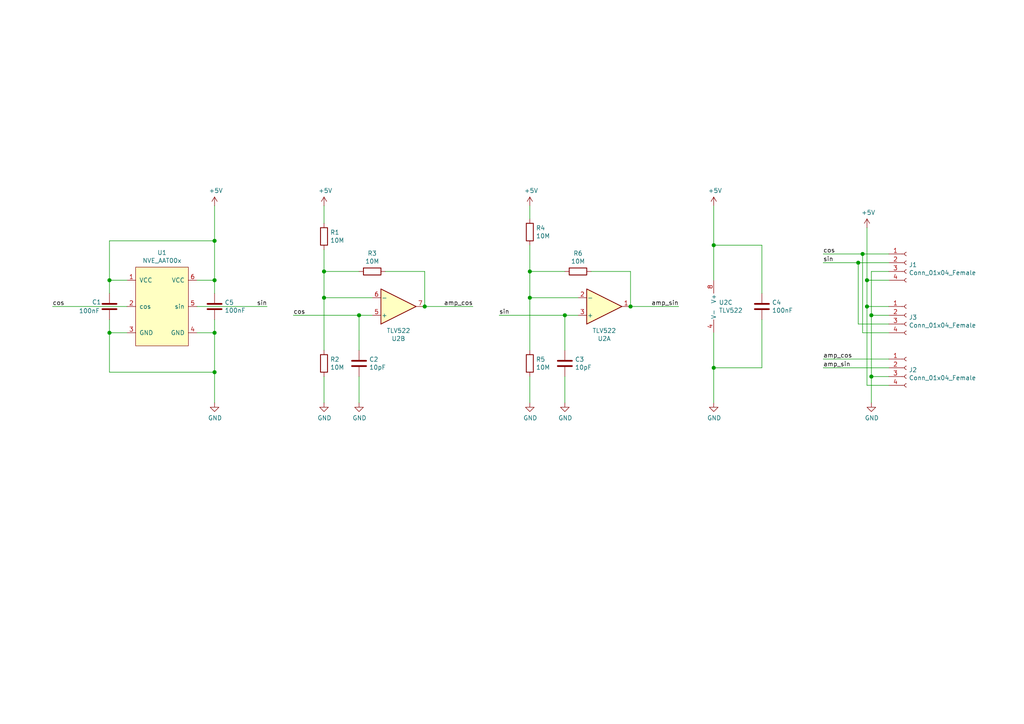
<source format=kicad_sch>
(kicad_sch (version 20201015) (generator eeschema)
  (page 1 1)
  (paper "A4")
  (lib_symbols
    (symbol "Amplifier_Operational:TLV2372" (pin_names (offset 0.127))
      (property "Reference" "U" (at 0 5.08 0))
      (property "Value" "TLV2372" (at 0 -5.08 0))
      (symbol "TLV2372_1_1"
        (polyline (pts (xy -5.08 5.08) (xy 5.08 0) (xy -5.08 -5.08) (xy -5.08 5.08)) (stroke (width 0.254)) (fill (type background)))
        (pin output line (at 7.62 0 180) (length 2.54) (name "~") (number "1"))
        (pin input line (at -7.62 -2.54 0) (length 2.54) (name "-") (number "2"))
        (pin input line (at -7.62 2.54 0) (length 2.54) (name "+") (number "3"))
      )
      (symbol "TLV2372_2_1"
        (polyline (pts (xy -5.08 5.08) (xy 5.08 0) (xy -5.08 -5.08) (xy -5.08 5.08)) (stroke (width 0.254)) (fill (type background)))
        (pin input line (at -7.62 2.54 0) (length 2.54) (name "+") (number "5"))
        (pin input line (at -7.62 -2.54 0) (length 2.54) (name "-") (number "6"))
        (pin output line (at 7.62 0 180) (length 2.54) (name "~") (number "7"))
      )
      (symbol "TLV2372_3_1"
        (pin power_in line (at -2.54 -7.62 90) (length 3.81) (name "V-") (number "4"))
        (pin power_in line (at -2.54 7.62 270) (length 3.81) (name "V+") (number "8"))
      )
    )
    (symbol "Connector:Conn_01x04_Female" (pin_names (offset 1.016) hide)
      (property "Reference" "J" (at 0 5.08 0))
      (property "Value" "Conn_01x04_Female" (at 0 -7.62 0))
      (symbol "Conn_01x04_Female_1_1"
        (arc (start 0 -4.572) (end 0 -5.588) (radius (at 0 -5.08) (length 0.508) (angles 90.1 -90.1)) (stroke (width 0.1524)))
        (arc (start 0 -2.032) (end 0 -3.048) (radius (at 0 -2.54) (length 0.508) (angles 90.1 -90.1)) (stroke (width 0.1524)))
        (arc (start 0 0.508) (end 0 -0.508) (radius (at 0 0) (length 0.508) (angles 90.1 -90.1)) (stroke (width 0.1524)))
        (arc (start 0 3.048) (end 0 2.032) (radius (at 0 2.54) (length 0.508) (angles 90.1 -90.1)) (stroke (width 0.1524)))
        (polyline (pts (xy -1.27 -5.08) (xy -0.508 -5.08)) (stroke (width 0.1524)))
        (polyline (pts (xy -1.27 -2.54) (xy -0.508 -2.54)) (stroke (width 0.1524)))
        (polyline (pts (xy -1.27 0) (xy -0.508 0)) (stroke (width 0.1524)))
        (polyline (pts (xy -1.27 2.54) (xy -0.508 2.54)) (stroke (width 0.1524)))
        (pin passive line (at -5.08 2.54 0) (length 3.81) (name "Pin_1") (number "1"))
        (pin passive line (at -5.08 0 0) (length 3.81) (name "Pin_2") (number "2"))
        (pin passive line (at -5.08 -2.54 0) (length 3.81) (name "Pin_3") (number "3"))
        (pin passive line (at -5.08 -5.08 0) (length 3.81) (name "Pin_4") (number "4"))
      )
    )
    (symbol "Device:C" (pin_numbers hide) (pin_names (offset 0.254))
      (property "Reference" "C" (at 0.635 2.54 0))
      (property "Value" "C" (at 0.635 -2.54 0))
      (symbol "C_0_1"
        (polyline (pts (xy -2.032 -0.762) (xy 2.032 -0.762)) (stroke (width 0.508)))
        (polyline (pts (xy -2.032 0.762) (xy 2.032 0.762)) (stroke (width 0.508)))
      )
      (symbol "C_1_1"
        (pin passive line (at 0 3.81 270) (length 2.794) (name "~") (number "1"))
        (pin passive line (at 0 -3.81 90) (length 2.794) (name "~") (number "2"))
      )
    )
    (symbol "Device:R" (pin_numbers hide) (pin_names (offset 0))
      (property "Reference" "R" (at 2.032 0 90))
      (property "Value" "R" (at 0 0 90))
      (symbol "R_0_1"
        (rectangle (start -1.016 -2.54) (end 1.016 2.54) (stroke (width 0.254)))
      )
      (symbol "R_1_1"
        (pin passive line (at 0 3.81 270) (length 1.27) (name "~") (number "1"))
        (pin passive line (at 0 -3.81 90) (length 1.27) (name "~") (number "2"))
      )
    )
    (symbol "my_sensors:NVE_AAT00x" (pin_names (offset 1.016))
      (property "Reference" "U" (at 6.35 1.27 0))
      (property "Value" "NVE_AAT00x" (at 0 12.7 0))
      (symbol "NVE_AAT00x_0_1"
        (rectangle (start 7.62 -11.43) (end -7.62 11.43) (fill (type background)))
      )
      (symbol "NVE_AAT00x_1_1"
        (pin input line (at -10.16 7.62 0) (length 2.54) (name "VCC") (number "1"))
        (pin input line (at -10.16 0 0) (length 2.54) (name "cos") (number "2"))
        (pin input line (at -10.16 -7.62 0) (length 2.54) (name "GND") (number "3"))
        (pin input line (at 10.16 -7.62 180) (length 2.54) (name "GND") (number "4"))
        (pin input line (at 10.16 0 180) (length 2.54) (name "sin") (number "5"))
        (pin input line (at 10.16 7.62 180) (length 2.54) (name "VCC") (number "6"))
      )
    )
    (symbol "power:+5V" (power) (pin_names (offset 0))
      (property "Value" "+5V" (at 0 3.556 0))
      (symbol "+5V_0_1"
        (polyline (pts (xy -0.762 1.27) (xy 0 2.54)))
        (polyline (pts (xy 0 0) (xy 0 2.54)))
        (polyline (pts (xy 0 2.54) (xy 0.762 1.27)))
      )
      (symbol "+5V_1_1"
        (pin power_in line (at 0 0 90) (length 0) hide (name "+5V") (number "1"))
      )
    )
    (symbol "power:GND" (power) (pin_names (offset 0))
      (property "Value" "GND" (at 0 -3.81 0))
      (symbol "GND_0_1"
        (polyline (pts (xy 0 0) (xy 0 -1.27) (xy 1.27 -1.27) (xy 0 -2.54) (xy -1.27 -1.27) (xy 0 -1.27)))
      )
      (symbol "GND_1_1"
        (pin power_in line (at 0 0 270) (length 0) hide (name "GND") (number "1"))
      )
    )
  )
  (junction (at 31.75 81.28) (diameter 1.016))
  (junction (at 31.75 96.52) (diameter 1.016))
  (junction (at 62.23 69.85) (diameter 1.016))
  (junction (at 62.23 81.28) (diameter 1.016))
  (junction (at 62.23 96.52) (diameter 1.016))
  (junction (at 62.23 107.95) (diameter 1.016))
  (junction (at 93.98 78.74) (diameter 1.016))
  (junction (at 93.98 86.36) (diameter 1.016))
  (junction (at 104.14 91.44) (diameter 1.016))
  (junction (at 123.19 88.9) (diameter 1.016))
  (junction (at 153.67 78.74) (diameter 1.016))
  (junction (at 153.67 86.36) (diameter 1.016))
  (junction (at 163.83 91.44) (diameter 1.016))
  (junction (at 182.88 88.9) (diameter 1.016))
  (junction (at 207.01 71.12) (diameter 1.016))
  (junction (at 207.01 106.68) (diameter 1.016))
  (junction (at 248.92 76.2) (diameter 1.016))
  (junction (at 250.19 73.66) (diameter 1.016))
  (junction (at 251.46 81.28) (diameter 1.016))
  (junction (at 251.46 88.9) (diameter 1.016))
  (junction (at 252.73 91.44) (diameter 1.016))
  (junction (at 252.73 109.22) (diameter 1.016))
  (wire (pts (xy 31.75 69.85) (xy 62.23 69.85)))
  (wire (pts (xy 31.75 81.28) (xy 31.75 69.85)))
  (wire (pts (xy 31.75 81.28) (xy 31.75 85.09)))
  (wire (pts (xy 31.75 92.71) (xy 31.75 96.52)))
  (wire (pts (xy 31.75 96.52) (xy 31.75 107.95)))
  (wire (pts (xy 31.75 96.52) (xy 36.83 96.52)))
  (wire (pts (xy 31.75 107.95) (xy 62.23 107.95)))
  (wire (pts (xy 36.83 81.28) (xy 31.75 81.28)))
  (wire (pts (xy 36.83 88.9) (xy 15.24 88.9)))
  (wire (pts (xy 57.15 81.28) (xy 62.23 81.28)))
  (wire (pts (xy 57.15 88.9) (xy 77.47 88.9)))
  (wire (pts (xy 57.15 96.52) (xy 62.23 96.52)))
  (wire (pts (xy 62.23 59.69) (xy 62.23 69.85)))
  (wire (pts (xy 62.23 69.85) (xy 62.23 81.28)))
  (wire (pts (xy 62.23 81.28) (xy 62.23 85.09)))
  (wire (pts (xy 62.23 92.71) (xy 62.23 96.52)))
  (wire (pts (xy 62.23 96.52) (xy 62.23 107.95)))
  (wire (pts (xy 62.23 107.95) (xy 62.23 116.84)))
  (wire (pts (xy 93.98 59.69) (xy 93.98 64.77)))
  (wire (pts (xy 93.98 72.39) (xy 93.98 78.74)))
  (wire (pts (xy 93.98 78.74) (xy 104.14 78.74)))
  (wire (pts (xy 93.98 86.36) (xy 93.98 78.74)))
  (wire (pts (xy 93.98 86.36) (xy 93.98 101.6)))
  (wire (pts (xy 93.98 109.22) (xy 93.98 116.84)))
  (wire (pts (xy 104.14 91.44) (xy 85.09 91.44)))
  (wire (pts (xy 104.14 101.6) (xy 104.14 91.44)))
  (wire (pts (xy 104.14 109.22) (xy 104.14 116.84)))
  (wire (pts (xy 107.95 86.36) (xy 93.98 86.36)))
  (wire (pts (xy 107.95 91.44) (xy 104.14 91.44)))
  (wire (pts (xy 111.76 78.74) (xy 123.19 78.74)))
  (wire (pts (xy 123.19 78.74) (xy 123.19 88.9)))
  (wire (pts (xy 123.19 88.9) (xy 137.16 88.9)))
  (wire (pts (xy 153.67 59.69) (xy 153.67 63.5)))
  (wire (pts (xy 153.67 71.12) (xy 153.67 78.74)))
  (wire (pts (xy 153.67 78.74) (xy 153.67 86.36)))
  (wire (pts (xy 153.67 78.74) (xy 163.83 78.74)))
  (wire (pts (xy 153.67 86.36) (xy 153.67 101.6)))
  (wire (pts (xy 153.67 109.22) (xy 153.67 116.84)))
  (wire (pts (xy 163.83 91.44) (xy 144.78 91.44)))
  (wire (pts (xy 163.83 101.6) (xy 163.83 91.44)))
  (wire (pts (xy 163.83 109.22) (xy 163.83 116.84)))
  (wire (pts (xy 167.64 86.36) (xy 153.67 86.36)))
  (wire (pts (xy 167.64 91.44) (xy 163.83 91.44)))
  (wire (pts (xy 171.45 78.74) (xy 182.88 78.74)))
  (wire (pts (xy 182.88 78.74) (xy 182.88 88.9)))
  (wire (pts (xy 182.88 88.9) (xy 196.85 88.9)))
  (wire (pts (xy 207.01 59.69) (xy 207.01 71.12)))
  (wire (pts (xy 207.01 71.12) (xy 207.01 81.28)))
  (wire (pts (xy 207.01 96.52) (xy 207.01 106.68)))
  (wire (pts (xy 207.01 106.68) (xy 207.01 116.84)))
  (wire (pts (xy 220.98 71.12) (xy 207.01 71.12)))
  (wire (pts (xy 220.98 85.09) (xy 220.98 71.12)))
  (wire (pts (xy 220.98 92.71) (xy 220.98 106.68)))
  (wire (pts (xy 220.98 106.68) (xy 207.01 106.68)))
  (wire (pts (xy 248.92 76.2) (xy 238.76 76.2)))
  (wire (pts (xy 248.92 76.2) (xy 248.92 93.98)))
  (wire (pts (xy 250.19 73.66) (xy 238.76 73.66)))
  (wire (pts (xy 250.19 73.66) (xy 250.19 96.52)))
  (wire (pts (xy 251.46 66.04) (xy 251.46 81.28)))
  (wire (pts (xy 251.46 81.28) (xy 251.46 88.9)))
  (wire (pts (xy 251.46 88.9) (xy 251.46 111.76)))
  (wire (pts (xy 251.46 111.76) (xy 257.81 111.76)))
  (wire (pts (xy 252.73 78.74) (xy 252.73 91.44)))
  (wire (pts (xy 252.73 91.44) (xy 252.73 109.22)))
  (wire (pts (xy 252.73 109.22) (xy 252.73 116.84)))
  (wire (pts (xy 257.81 73.66) (xy 250.19 73.66)))
  (wire (pts (xy 257.81 76.2) (xy 248.92 76.2)))
  (wire (pts (xy 257.81 78.74) (xy 252.73 78.74)))
  (wire (pts (xy 257.81 81.28) (xy 251.46 81.28)))
  (wire (pts (xy 257.81 88.9) (xy 251.46 88.9)))
  (wire (pts (xy 257.81 91.44) (xy 252.73 91.44)))
  (wire (pts (xy 257.81 93.98) (xy 248.92 93.98)))
  (wire (pts (xy 257.81 96.52) (xy 250.19 96.52)))
  (wire (pts (xy 257.81 104.14) (xy 238.76 104.14)))
  (wire (pts (xy 257.81 106.68) (xy 238.76 106.68)))
  (wire (pts (xy 257.81 109.22) (xy 252.73 109.22)))
  (label "cos" (at 15.24 88.9 0))
  (label "sin" (at 77.47 88.9 180))
  (label "cos" (at 85.09 91.44 0))
  (label "amp_cos" (at 137.16 88.9 180))
  (label "sin" (at 144.78 91.44 0))
  (label "amp_sin" (at 196.85 88.9 180))
  (label "cos" (at 238.76 73.66 0))
  (label "sin" (at 238.76 76.2 0))
  (label "amp_cos" (at 238.76 104.14 0))
  (label "amp_sin" (at 238.76 106.68 0))
  (symbol (lib_id "power:+5V") (at 62.23 59.69 0) (unit 1)
    (property "Reference" "#PWR0101" (effects hide))
    (property "Value" "+5V" (at 62.611 55.2958 0))
  )
  (symbol (lib_id "power:+5V") (at 93.98 59.69 0) (unit 1)
    (property "Reference" "#PWR0107" (effects hide))
    (property "Value" "+5V" (at 94.361 55.2958 0))
  )
  (symbol (lib_id "power:+5V") (at 153.67 59.69 0) (unit 1)
    (property "Reference" "#PWR0108" (effects hide))
    (property "Value" "+5V" (at 154.051 55.2958 0))
  )
  (symbol (lib_id "power:+5V") (at 207.01 59.69 0) (unit 1)
    (property "Reference" "#PWR0103" (effects hide))
    (property "Value" "+5V" (at 207.391 55.2958 0))
  )
  (symbol (lib_id "power:+5V") (at 251.46 66.04 0) (unit 1)
    (property "Reference" "#PWR0111" (effects hide))
    (property "Value" "+5V" (at 251.841 61.6458 0))
  )
  (symbol (lib_id "power:GND") (at 62.23 116.84 0) (unit 1)
    (property "Reference" "#PWR0102" (effects hide))
    (property "Value" "GND" (at 62.357 121.2342 0))
  )
  (symbol (lib_id "power:GND") (at 93.98 116.84 0) (unit 1)
    (property "Reference" "#PWR0105" (effects hide))
    (property "Value" "GND" (at 94.107 121.2342 0))
  )
  (symbol (lib_id "power:GND") (at 104.14 116.84 0) (unit 1)
    (property "Reference" "#PWR0109" (effects hide))
    (property "Value" "GND" (at 104.267 121.2342 0))
  )
  (symbol (lib_id "power:GND") (at 153.67 116.84 0) (unit 1)
    (property "Reference" "#PWR0106" (effects hide))
    (property "Value" "GND" (at 153.797 121.2342 0))
  )
  (symbol (lib_id "power:GND") (at 163.83 116.84 0) (unit 1)
    (property "Reference" "#PWR0110" (effects hide))
    (property "Value" "GND" (at 163.957 121.2342 0))
  )
  (symbol (lib_id "power:GND") (at 207.01 116.84 0) (unit 1)
    (property "Reference" "#PWR0104" (effects hide))
    (property "Value" "GND" (at 207.137 121.2342 0))
  )
  (symbol (lib_id "power:GND") (at 252.73 116.84 0) (unit 1)
    (property "Reference" "#PWR0112" (effects hide))
    (property "Value" "GND" (at 252.857 121.2342 0))
  )
  (symbol (lib_id "Device:R") (at 93.98 68.58 0) (unit 1)
    (property "Reference" "R1" (at 95.758 67.4116 0) (effects (justify left)))
    (property "Value" "10M" (at 95.758 69.723 0) (effects (justify left)))
    (property "Footprint" "Resistor_SMD:R_0603_1608Metric" (effects hide))
  )
  (symbol (lib_id "Device:R") (at 93.98 105.41 0) (unit 1)
    (property "Reference" "R2" (at 95.758 104.2416 0) (effects (justify left)))
    (property "Value" "10M" (at 95.758 106.553 0) (effects (justify left)))
    (property "Footprint" "Resistor_SMD:R_0603_1608Metric" (effects hide))
  )
  (symbol (lib_id "Device:R") (at 107.95 78.74 270) (unit 1)
    (property "Reference" "R3" (at 107.95 73.4822 90))
    (property "Value" "10M" (at 107.95 75.7936 90))
    (property "Footprint" "Resistor_SMD:R_0603_1608Metric" (effects hide))
  )
  (symbol (lib_id "Device:R") (at 153.67 67.31 0) (unit 1)
    (property "Reference" "R4" (at 155.448 66.1416 0) (effects (justify left)))
    (property "Value" "10M" (at 155.448 68.453 0) (effects (justify left)))
    (property "Footprint" "Resistor_SMD:R_0603_1608Metric" (effects hide))
  )
  (symbol (lib_id "Device:R") (at 153.67 105.41 0) (unit 1)
    (property "Reference" "R5" (at 155.448 104.2416 0) (effects (justify left)))
    (property "Value" "10M" (at 155.448 106.553 0) (effects (justify left)))
    (property "Footprint" "Resistor_SMD:R_0603_1608Metric" (effects hide))
  )
  (symbol (lib_id "Device:R") (at 167.64 78.74 270) (unit 1)
    (property "Reference" "R6" (at 167.64 73.4822 90))
    (property "Value" "10M" (at 167.64 75.7936 90))
    (property "Footprint" "Resistor_SMD:R_0603_1608Metric" (effects hide))
  )
  (symbol (lib_id "Amplifier_Operational:TLV2372") (at 209.55 88.9 0) (unit 3)
    (property "Reference" "U2" (at 208.4832 87.7316 0) (effects (justify left)))
    (property "Value" "TLV522" (at 208.4832 90.043 0) (effects (justify left)))
    (property "Footprint" "Package_SO:TSSOP-8_3x3mm_P0.65mm" (effects hide))
    (property "Datasheet" "http://www.ti.com/lit/ds/symlink/tlv2375.pdf" (effects hide))
  )
  (symbol (lib_id "Device:C") (at 31.75 88.9 0) (unit 1)
    (property "Reference" "C1" (at 26.67 87.63 0) (effects (justify left)))
    (property "Value" "100nF" (at 22.86 90.17 0) (effects (justify left)))
    (property "Footprint" "Capacitor_SMD:C_0603_1608Metric" (effects hide))
  )
  (symbol (lib_id "Device:C") (at 62.23 88.9 0) (unit 1)
    (property "Reference" "C5" (at 65.151 87.7316 0) (effects (justify left)))
    (property "Value" "100nF" (at 65.151 90.043 0) (effects (justify left)))
    (property "Footprint" "Capacitor_SMD:C_0603_1608Metric" (effects hide))
  )
  (symbol (lib_id "Device:C") (at 104.14 105.41 0) (unit 1)
    (property "Reference" "C2" (at 107.061 104.2416 0) (effects (justify left)))
    (property "Value" "10pF" (at 107.061 106.553 0) (effects (justify left)))
    (property "Footprint" "Capacitor_SMD:C_0603_1608Metric" (effects hide))
  )
  (symbol (lib_id "Device:C") (at 163.83 105.41 0) (unit 1)
    (property "Reference" "C3" (at 166.751 104.2416 0) (effects (justify left)))
    (property "Value" "10pF" (at 166.751 106.553 0) (effects (justify left)))
    (property "Footprint" "Capacitor_SMD:C_0603_1608Metric" (effects hide))
  )
  (symbol (lib_id "Device:C") (at 220.98 88.9 0) (unit 1)
    (property "Reference" "C4" (at 223.901 87.7316 0) (effects (justify left)))
    (property "Value" "100nF" (at 223.901 90.043 0) (effects (justify left)))
    (property "Footprint" "Capacitor_SMD:C_0603_1608Metric" (effects hide))
  )
  (symbol (lib_id "Connector:Conn_01x04_Female") (at 262.89 76.2 0) (unit 1)
    (property "Reference" "J1" (at 263.6012 76.8096 0) (effects (justify left)))
    (property "Value" "Conn_01x04_Female" (at 263.6012 79.121 0) (effects (justify left)))
    (property "Footprint" "Connector_JST:JST_PH_S4B-PH-SM4-TB_1x04-1MP_P2.00mm_Horizontal" (effects hide))
  )
  (symbol (lib_id "Connector:Conn_01x04_Female") (at 262.89 91.44 0) (unit 1)
    (property "Reference" "J3" (at 263.6012 92.0496 0) (effects (justify left)))
    (property "Value" "Conn_01x04_Female" (at 263.6012 94.361 0) (effects (justify left)))
    (property "Footprint" "Connector_JST:JST_PH_S4B-PH-SM4-TB_1x04-1MP_P2.00mm_Horizontal" (effects hide))
  )
  (symbol (lib_id "Connector:Conn_01x04_Female") (at 262.89 106.68 0) (unit 1)
    (property "Reference" "J2" (at 263.6012 107.2896 0) (effects (justify left)))
    (property "Value" "Conn_01x04_Female" (at 263.6012 109.601 0) (effects (justify left)))
    (property "Footprint" "Connector_JST:JST_PH_S4B-PH-SM4-TB_1x04-1MP_P2.00mm_Horizontal" (effects hide))
  )
  (symbol (lib_id "Amplifier_Operational:TLV2372") (at 115.57 88.9 0) (mirror x) (unit 2)
    (property "Reference" "U2" (at 115.57 98.2218 0))
    (property "Value" "TLV522" (at 115.57 95.9104 0))
    (property "Footprint" "Package_SO:TSSOP-8_3x3mm_P0.65mm" (effects hide))
    (property "Datasheet" "http://www.ti.com/lit/ds/symlink/tlv2375.pdf" (effects hide))
  )
  (symbol (lib_id "Amplifier_Operational:TLV2372") (at 175.26 88.9 0) (mirror x) (unit 1)
    (property "Reference" "U2" (at 175.26 98.2218 0))
    (property "Value" "TLV522" (at 175.26 95.9104 0))
    (property "Footprint" "Package_SO:TSSOP-8_3x3mm_P0.65mm" (effects hide))
    (property "Datasheet" "http://www.ti.com/lit/ds/symlink/tlv2375.pdf" (effects hide))
  )
  (symbol (lib_id "my_sensors:NVE_AAT00x") (at 46.99 88.9 0) (unit 1)
    (property "Reference" "U1" (at 46.99 73.279 0))
    (property "Value" "NVE_AAT00x" (at 46.99 75.5904 0))
    (property "Footprint" "Package_DFN_QFN:TDFN-6-1EP_2.5x2.5mm_P0.65mm_EP1.3x2mm_ThermalVias" (effects hide))
  )
)
</source>
